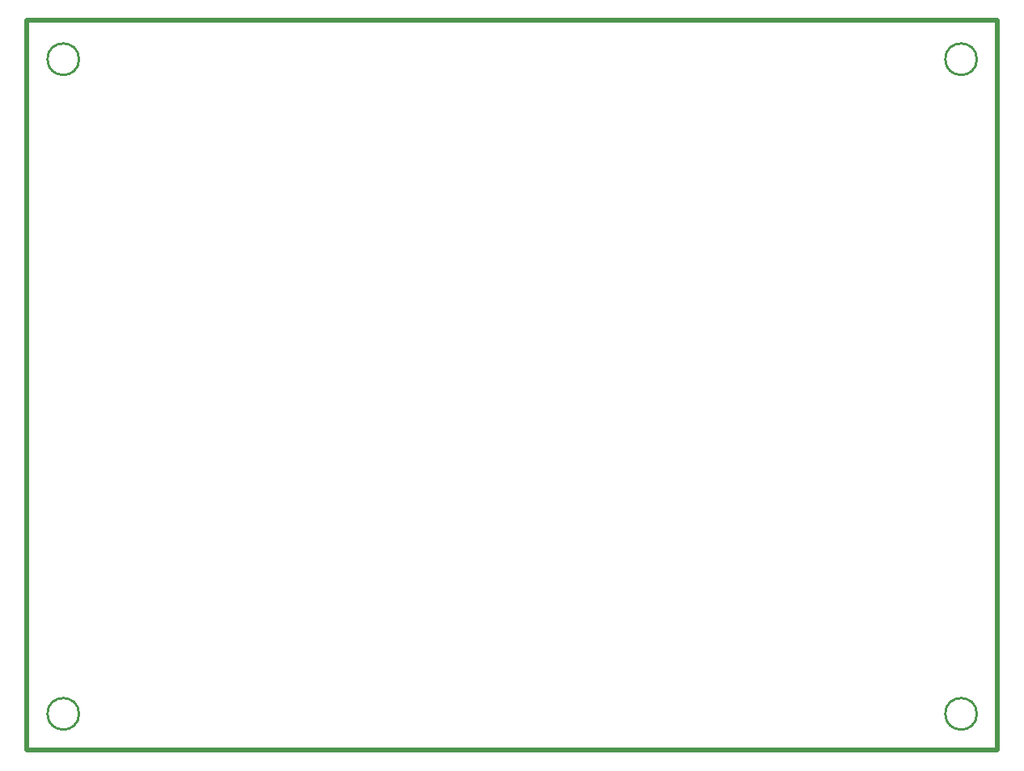
<source format=gko>
G04*
G04 #@! TF.GenerationSoftware,Altium Limited,Altium Designer,19.1.8 (144)*
G04*
G04 Layer_Color=32768*
%FSLAX25Y25*%
%MOIN*%
G70*
G01*
G75*
%ADD11C,0.01000*%
%ADD35C,0.02000*%
D11*
X391500Y15000D02*
G03*
X391500Y15000I-6500J0D01*
G01*
Y285000D02*
G03*
X391500Y285000I-6500J0D01*
G01*
X21500D02*
G03*
X21500Y285000I-6500J0D01*
G01*
Y15000D02*
G03*
X21500Y15000I-6500J0D01*
G01*
D35*
X0Y301000D02*
X400000D01*
Y0D02*
Y301000D01*
X0Y0D02*
X400000D01*
X0D02*
Y301000D01*
M02*

</source>
